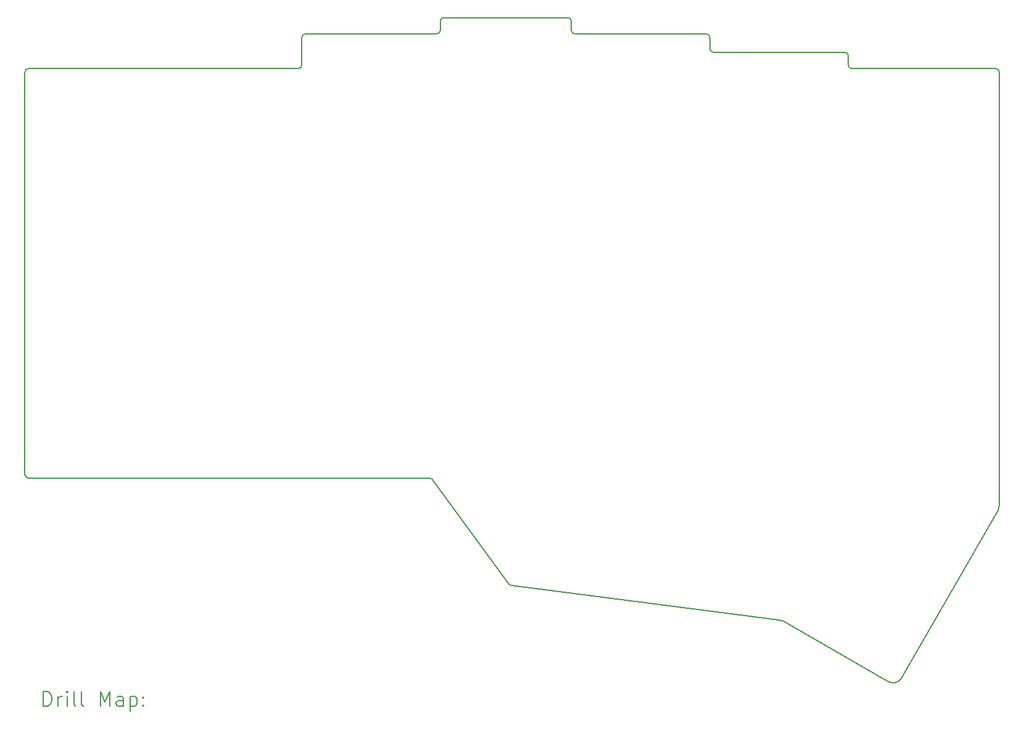
<source format=gbr>
%TF.GenerationSoftware,KiCad,Pcbnew,8.0.3*%
%TF.CreationDate,2024-06-14T21:37:35-03:00*%
%TF.ProjectId,corne-bottom-plate,636f726e-652d-4626-9f74-746f6d2d706c,2.1*%
%TF.SameCoordinates,Original*%
%TF.FileFunction,Drillmap*%
%TF.FilePolarity,Positive*%
%FSLAX45Y45*%
G04 Gerber Fmt 4.5, Leading zero omitted, Abs format (unit mm)*
G04 Created by KiCad (PCBNEW 8.0.3) date 2024-06-14 21:37:35*
%MOMM*%
%LPD*%
G01*
G04 APERTURE LIST*
%ADD10C,0.150000*%
%ADD11C,0.200000*%
G04 APERTURE END LIST*
D10*
X6150000Y-12425000D02*
G75*
G02*
X6100000Y-12375000I0J50000D01*
G01*
X9850000Y-6800000D02*
X6150000Y-6800000D01*
X13550000Y-6100000D02*
X11850000Y-6100000D01*
X16507500Y-14390000D02*
X17936925Y-15216096D01*
X15450000Y-6325000D02*
G75*
G02*
X15500000Y-6375000I0J-50000D01*
G01*
X11800000Y-6150000D02*
X11800000Y-6275000D01*
X16442056Y-14377034D02*
G75*
G02*
X16507500Y-14390000I-33316J-339806D01*
G01*
X17350000Y-6575000D02*
G75*
G02*
X17400000Y-6625000I0J-50000D01*
G01*
X11650000Y-12425000D02*
X6149999Y-12425000D01*
X9900000Y-6375000D02*
X9900000Y-6750000D01*
X19425000Y-6800000D02*
G75*
G02*
X19475000Y-6850000I0J-50000D01*
G01*
X17450000Y-6800000D02*
G75*
G02*
X17400000Y-6750000I0J50000D01*
G01*
X9900000Y-6750000D02*
G75*
G02*
X9850000Y-6800000I-50000J0D01*
G01*
X11650000Y-12425000D02*
G75*
G02*
X11685355Y-12439645I0J-50000D01*
G01*
X17400000Y-6625000D02*
X17400000Y-6750000D01*
X6100000Y-6850000D02*
G75*
G02*
X6150000Y-6800000I50000J0D01*
G01*
X17350000Y-6575000D02*
X15550000Y-6575000D01*
X11800000Y-6275000D02*
G75*
G02*
X11750000Y-6325000I-50000J0D01*
G01*
X18129726Y-15178146D02*
X19452500Y-12885000D01*
X15550000Y-6575000D02*
G75*
G02*
X15500000Y-6525000I0J50000D01*
G01*
X11750000Y-6325000D02*
X9950000Y-6325000D01*
X15500000Y-6525000D02*
X15500000Y-6375000D01*
X15450000Y-6325000D02*
X13650000Y-6325000D01*
X13550000Y-6100000D02*
G75*
G02*
X13600000Y-6150000I0J-50000D01*
G01*
X6100000Y-6850000D02*
X6100000Y-12375000D01*
X19475000Y-12797500D02*
G75*
G02*
X19452277Y-12884770I-170230J-2270D01*
G01*
X11800000Y-6150000D02*
G75*
G02*
X11850000Y-6100000I50000J0D01*
G01*
X13650000Y-6325000D02*
G75*
G02*
X13600000Y-6275000I0J50000D01*
G01*
X12775000Y-13900000D02*
G75*
G02*
X12739645Y-13885355I0J50000D01*
G01*
X11685355Y-12439645D02*
X12739645Y-13885355D01*
X18129726Y-15178146D02*
G75*
G02*
X17936928Y-15216091I-115296J77047D01*
G01*
X12775000Y-13900000D02*
X16442056Y-14377034D01*
X9900000Y-6375000D02*
G75*
G02*
X9950000Y-6325000I50000J0D01*
G01*
X19425000Y-6800000D02*
X17450000Y-6800000D01*
X13600000Y-6275000D02*
X13600000Y-6150000D01*
X19475000Y-6850000D02*
X19475000Y-12797500D01*
D11*
X6353277Y-15558754D02*
X6353277Y-15358754D01*
X6353277Y-15358754D02*
X6400896Y-15358754D01*
X6400896Y-15358754D02*
X6429467Y-15368278D01*
X6429467Y-15368278D02*
X6448515Y-15387325D01*
X6448515Y-15387325D02*
X6458039Y-15406373D01*
X6458039Y-15406373D02*
X6467562Y-15444468D01*
X6467562Y-15444468D02*
X6467562Y-15473040D01*
X6467562Y-15473040D02*
X6458039Y-15511135D01*
X6458039Y-15511135D02*
X6448515Y-15530182D01*
X6448515Y-15530182D02*
X6429467Y-15549230D01*
X6429467Y-15549230D02*
X6400896Y-15558754D01*
X6400896Y-15558754D02*
X6353277Y-15558754D01*
X6553277Y-15558754D02*
X6553277Y-15425420D01*
X6553277Y-15463516D02*
X6562801Y-15444468D01*
X6562801Y-15444468D02*
X6572324Y-15434944D01*
X6572324Y-15434944D02*
X6591372Y-15425420D01*
X6591372Y-15425420D02*
X6610420Y-15425420D01*
X6677086Y-15558754D02*
X6677086Y-15425420D01*
X6677086Y-15358754D02*
X6667562Y-15368278D01*
X6667562Y-15368278D02*
X6677086Y-15377801D01*
X6677086Y-15377801D02*
X6686610Y-15368278D01*
X6686610Y-15368278D02*
X6677086Y-15358754D01*
X6677086Y-15358754D02*
X6677086Y-15377801D01*
X6800896Y-15558754D02*
X6781848Y-15549230D01*
X6781848Y-15549230D02*
X6772324Y-15530182D01*
X6772324Y-15530182D02*
X6772324Y-15358754D01*
X6905658Y-15558754D02*
X6886610Y-15549230D01*
X6886610Y-15549230D02*
X6877086Y-15530182D01*
X6877086Y-15530182D02*
X6877086Y-15358754D01*
X7134229Y-15558754D02*
X7134229Y-15358754D01*
X7134229Y-15358754D02*
X7200896Y-15501611D01*
X7200896Y-15501611D02*
X7267562Y-15358754D01*
X7267562Y-15358754D02*
X7267562Y-15558754D01*
X7448515Y-15558754D02*
X7448515Y-15453992D01*
X7448515Y-15453992D02*
X7438991Y-15434944D01*
X7438991Y-15434944D02*
X7419943Y-15425420D01*
X7419943Y-15425420D02*
X7381848Y-15425420D01*
X7381848Y-15425420D02*
X7362801Y-15434944D01*
X7448515Y-15549230D02*
X7429467Y-15558754D01*
X7429467Y-15558754D02*
X7381848Y-15558754D01*
X7381848Y-15558754D02*
X7362801Y-15549230D01*
X7362801Y-15549230D02*
X7353277Y-15530182D01*
X7353277Y-15530182D02*
X7353277Y-15511135D01*
X7353277Y-15511135D02*
X7362801Y-15492087D01*
X7362801Y-15492087D02*
X7381848Y-15482563D01*
X7381848Y-15482563D02*
X7429467Y-15482563D01*
X7429467Y-15482563D02*
X7448515Y-15473040D01*
X7543753Y-15425420D02*
X7543753Y-15625420D01*
X7543753Y-15434944D02*
X7562801Y-15425420D01*
X7562801Y-15425420D02*
X7600896Y-15425420D01*
X7600896Y-15425420D02*
X7619943Y-15434944D01*
X7619943Y-15434944D02*
X7629467Y-15444468D01*
X7629467Y-15444468D02*
X7638991Y-15463516D01*
X7638991Y-15463516D02*
X7638991Y-15520659D01*
X7638991Y-15520659D02*
X7629467Y-15539706D01*
X7629467Y-15539706D02*
X7619943Y-15549230D01*
X7619943Y-15549230D02*
X7600896Y-15558754D01*
X7600896Y-15558754D02*
X7562801Y-15558754D01*
X7562801Y-15558754D02*
X7543753Y-15549230D01*
X7724705Y-15539706D02*
X7734229Y-15549230D01*
X7734229Y-15549230D02*
X7724705Y-15558754D01*
X7724705Y-15558754D02*
X7715182Y-15549230D01*
X7715182Y-15549230D02*
X7724705Y-15539706D01*
X7724705Y-15539706D02*
X7724705Y-15558754D01*
X7724705Y-15434944D02*
X7734229Y-15444468D01*
X7734229Y-15444468D02*
X7724705Y-15453992D01*
X7724705Y-15453992D02*
X7715182Y-15444468D01*
X7715182Y-15444468D02*
X7724705Y-15434944D01*
X7724705Y-15434944D02*
X7724705Y-15453992D01*
M02*

</source>
